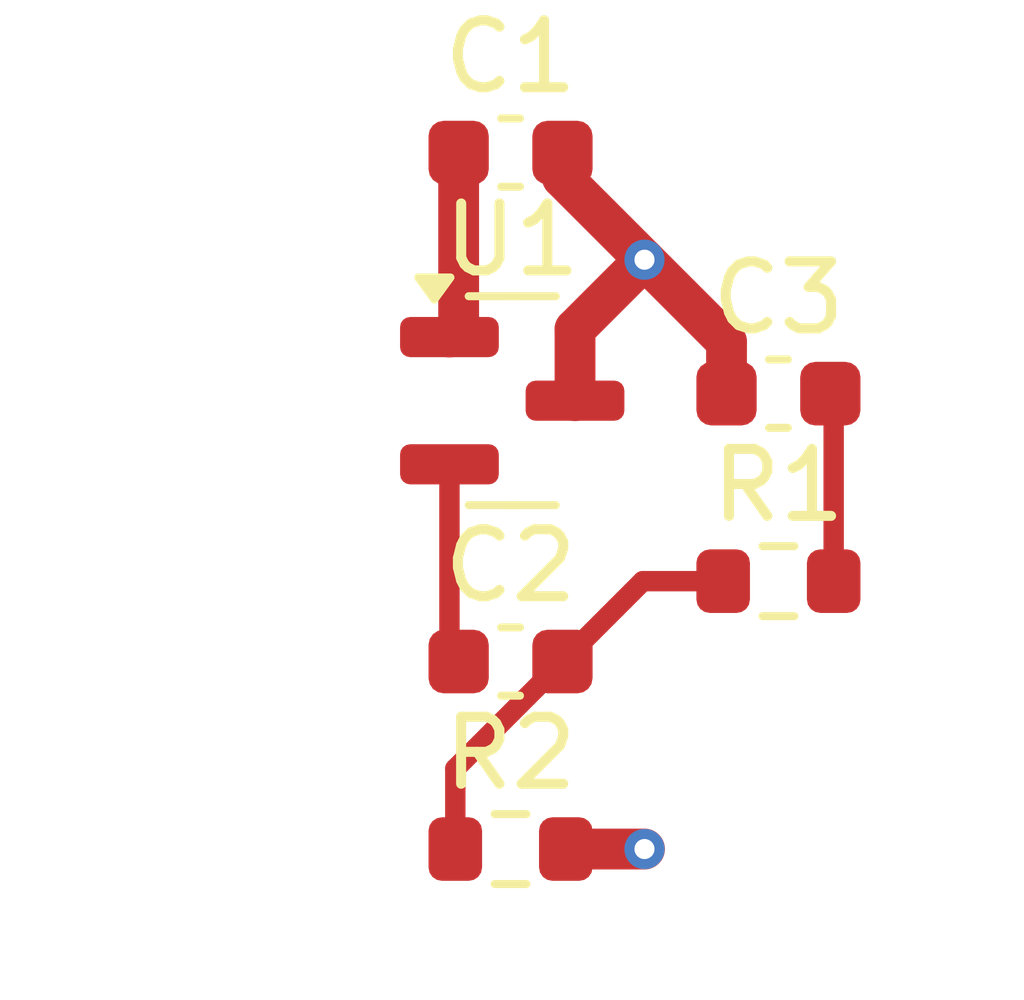
<source format=kicad_pcb>
(kicad_pcb (version 20241229) (generator "pcbnew") (generator_version "9.0")
  (layers (0 "F.Cu" signal) (2 "B.Cu" signal) (13 "F.Paste" user) (15 "B.Paste" user) (5 "F.SilkS" user "F.Silkscreen") (7 "B.SilkS" user "B.Silkscreen") (1 "F.Mask" user) (3 "B.Mask" user) (25 "Edge.Cuts" user))
  (net 0 "")
  (net 1 "GND")
  (net 2 "+3V3")
  (net 3 "Net-(U1-OUT)")
  (net 4 "A1")
  (net 5 "Vref{slash}2")
  (footprint "Resistor_SMD:R_0603_1608Metric" (layer "F.Cu") (at 31.975 34.495)
    (property "Reference" "R2" (at 0 -1.43 0) (layer "F.SilkS"))
    (property "Value" "150K")
    (fp_line (start -0.237258 -0.5225) (end 0.237258 -0.5225) (stroke (width 0.12)) (layer "F.SilkS"))
    (fp_line (start -0.237258 0.5225) (end 0.237258 0.5225) (stroke (width 0.12)) (layer "F.SilkS"))
    (pad "1" smd roundrect (at -0.825 0) (size 0.8 0.95) (layers "F.Cu" "F.Mask" "F.Paste") (net 5 "Vref{slash}2"))
    (pad "2" smd roundrect (at 0.825 0) (size 0.8 0.95) (layers "F.Cu" "F.Mask" "F.Paste") (net 1 "GND"))
  )
  (footprint "Capacitor_SMD:C_0603_1608Metric" (layer "F.Cu") (at 31.975 24.095)
    (property "Reference" "C1" (at 0 -1.43 0) (layer "F.SilkS"))
    (property "Value" ".1uF")
    (fp_line (start -0.14058 -0.51) (end 0.14058 -0.51) (stroke (width 0.12)) (layer "F.SilkS"))
    (fp_line (start -0.14058 0.51) (end 0.14058 0.51) (stroke (width 0.12)) (layer "F.SilkS"))
    (pad "1" smd roundrect (at -0.775 0) (size 0.9 0.95) (layers "F.Cu" "F.Mask" "F.Paste") (net 2 "+3V3"))
    (pad "2" smd roundrect (at 0.775 0) (size 0.9 0.95) (layers "F.Cu" "F.Mask" "F.Paste") (net 1 "GND"))
  )
  (footprint "Resistor_SMD:R_0603_1608Metric" (layer "F.Cu") (at 35.975 30.495)
    (property "Reference" "R1" (at 0 -1.43 0) (layer "F.SilkS"))
    (property "Value" "4.7K")
    (fp_line (start -0.237258 -0.5225) (end 0.237258 -0.5225) (stroke (width 0.12)) (layer "F.SilkS"))
    (fp_line (start -0.237258 0.5225) (end 0.237258 0.5225) (stroke (width 0.12)) (layer "F.SilkS"))
    (pad "1" smd roundrect (at -0.825 0) (size 0.8 0.95) (layers "F.Cu" "F.Mask" "F.Paste") (net 5 "Vref{slash}2"))
    (pad "2" smd roundrect (at 0.825 0) (size 0.8 0.95) (layers "F.Cu" "F.Mask" "F.Paste") (net 4 "A1"))
  )
  (footprint "Capacitor_SMD:C_0603_1608Metric" (layer "F.Cu") (at 31.975 31.695)
    (property "Reference" "C2" (at 0 -1.43 0) (layer "F.SilkS"))
    (property "Value" "1uF")
    (fp_line (start -0.14058 -0.51) (end 0.14058 -0.51) (stroke (width 0.12)) (layer "F.SilkS"))
    (fp_line (start -0.14058 0.51) (end 0.14058 0.51) (stroke (width 0.12)) (layer "F.SilkS"))
    (pad "1" smd roundrect (at -0.775 0) (size 0.9 0.95) (layers "F.Cu" "F.Mask" "F.Paste") (net 3 "Net-(U1-OUT)"))
    (pad "2" smd roundrect (at 0.775 0) (size 0.9 0.95) (layers "F.Cu" "F.Mask" "F.Paste") (net 5 "Vref{slash}2"))
  )
  (footprint "Package_TO_SOT_SMD:SOT-23" (layer "F.Cu") (at 32 27.8)
    (property "Reference" "U1" (at 0 -2.4 0) (layer "F.SilkS"))
    (property "Value" "DRV5055A1xDBZxQ1")
    (fp_line (start 0 -1.56) (end -0.65 -1.56) (stroke (width 0.12)) (layer "F.SilkS"))
    (fp_line (start 0 -1.56) (end 0.65 -1.56) (stroke (width 0.12)) (layer "F.SilkS"))
    (fp_line (start 0 1.56) (end -0.65 1.56) (stroke (width 0.12)) (layer "F.SilkS"))
    (fp_line (start 0 1.56) (end 0.65 1.56) (stroke (width 0.12)) (layer "F.SilkS"))
    (fp_poly (pts (xy -1.1625 -1.51) (xy -1.4025 -1.84) (xy -0.9225 -1.84)) (stroke (width 0.12)) (fill yes) (layer "F.SilkS"))
    (pad "1" smd roundrect (at -0.9375 -0.95) (size 1.475 0.6) (layers "F.Cu" "F.Mask" "F.Paste") (net 2 "+3V3"))
    (pad "2" smd roundrect (at -0.9375 0.95) (size 1.475 0.6) (layers "F.Cu" "F.Mask" "F.Paste") (net 3 "Net-(U1-OUT)"))
    (pad "3" smd roundrect (at 0.9375 0) (size 1.475 0.6) (layers "F.Cu" "F.Mask" "F.Paste") (net 1 "GND"))
  )
  (footprint "Capacitor_SMD:C_0603_1608Metric" (layer "F.Cu") (at 35.975 27.695)
    (property "Reference" "C3" (at 0 -1.43 0) (layer "F.SilkS"))
    (property "Value" "68nF")
    (fp_line (start -0.14058 -0.51) (end 0.14058 -0.51) (stroke (width 0.12)) (layer "F.SilkS"))
    (fp_line (start -0.14058 0.51) (end 0.14058 0.51) (stroke (width 0.12)) (layer "F.SilkS"))
    (pad "1" smd roundrect (at -0.775 0) (size 0.9 0.95) (layers "F.Cu" "F.Mask" "F.Paste") (net 1 "GND"))
    (pad "2" smd roundrect (at 0.775 0) (size 0.9 0.95) (layers "F.Cu" "F.Mask" "F.Paste") (net 4 "A1"))
  )
  (segment (start 32.9375 27.8) (end 32.9375 26.7325) (width 0.6096) (layer "F.Cu") (net 1))
  (segment (start 35.2 27.695) (end 35.2 26.92) (width 0.6096) (layer "F.Cu") (net 1))
  (segment (start 32.9375 26.7325) (end 33.975 25.695) (width 0.6096) (layer "F.Cu") (net 1))
  (segment (start 33.975 34.495) (end 32.8 34.495) (width 0.6096) (layer "F.Cu") (net 1))
  (segment (start 32.75 24.095) (end 32.75 24.47) (width 0.6096) (layer "F.Cu") (net 1))
  (segment (start 32.75 24.47) (end 33.975 25.695) (width 0.6096) (layer "F.Cu") (net 1))
  (segment (start 35.2 26.92) (end 33.975 25.695) (width 0.6096) (layer "F.Cu") (net 1))
  (via (at 33.975 25.695) (size 0.6) (drill 0.3) (layers "F.Cu" "B.Cu") (net 1))
  (via (at 33.975 34.495) (size 0.6) (drill 0.3) (layers "F.Cu" "B.Cu") (net 1))
  (segment (start 31.2 24.095) (end 31.2 26.7125) (width 0.6096) (layer "F.Cu") (net 2))
  (segment (start 31.2 26.7125) (end 31.0625 26.85) (width 0.6096) (layer "F.Cu") (net 2))
  (segment (start 31.0625 31.5575) (end 31.2 31.695) (width 0.3048) (layer "F.Cu") (net 3))
  (segment (start 31.0625 28.75) (end 31.0625 31.5575) (width 0.3048) (layer "F.Cu") (net 3))
  (segment (start 36.8 27.745) (end 36.75 27.695) (width 0.3048) (layer "F.Cu") (net 4))
  (segment (start 36.8 30.495) (end 36.8 27.745) (width 0.3048) (layer "F.Cu") (net 4))
  (segment (start 31.15 34.495) (end 31.15 33.295) (width 0.3048) (layer "F.Cu") (net 5))
  (segment (start 31.15 33.295) (end 32.75 31.695) (width 0.3048) (layer "F.Cu") (net 5))
  (segment (start 35.15 30.495) (end 33.95 30.495) (width 0.3048) (layer "F.Cu") (net 5))
  (segment (start 33.95 30.495) (end 32.75 31.695) (width 0.3048) (layer "F.Cu") (net 5))
)
</source>
